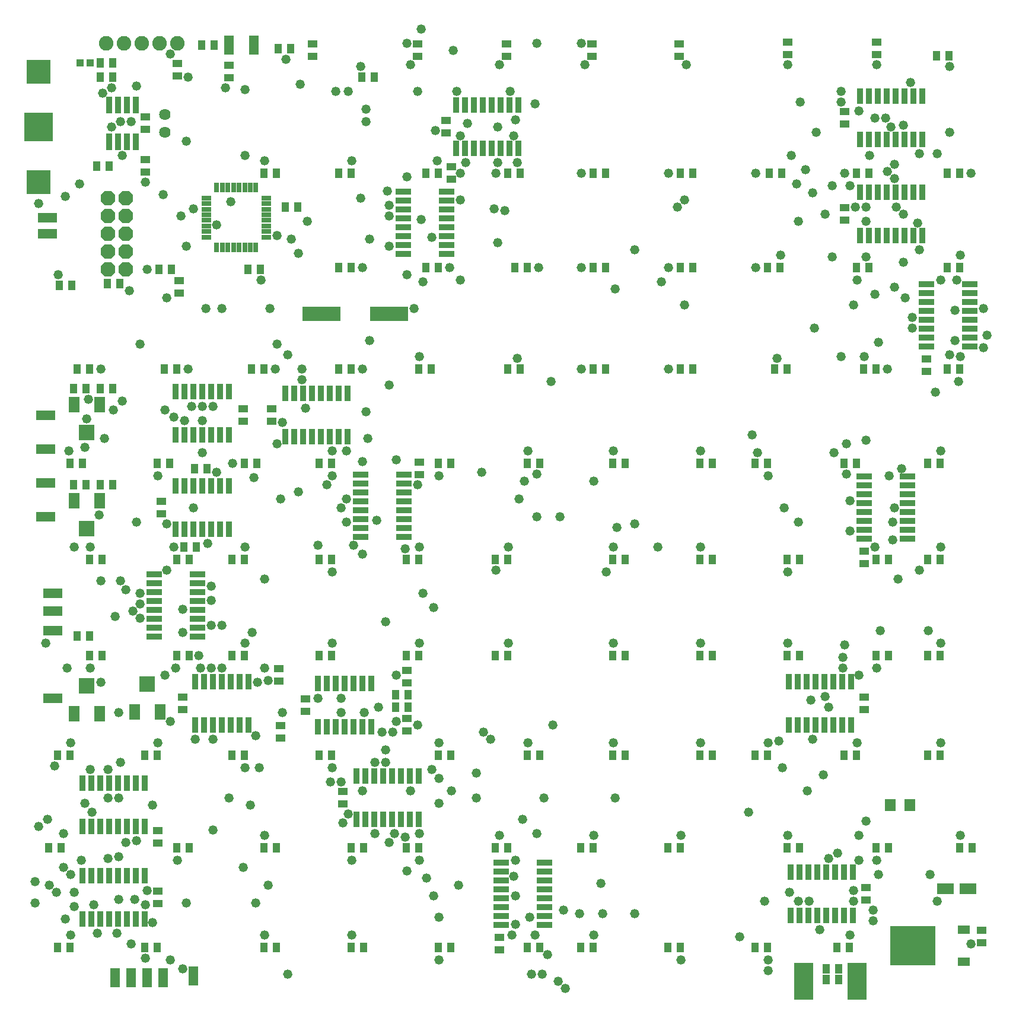
<source format=gts>
G75*
G70*
%OFA0B0*%
%FSLAX24Y24*%
%IPPOS*%
%LPD*%
%AMOC8*
5,1,8,0,0,1.08239X$1,22.5*
%
%ADD10R,0.0395X0.0552*%
%ADD11R,0.0395X0.0395*%
%ADD12R,0.0261X0.0580*%
%ADD13R,0.0580X0.0261*%
%ADD14R,0.0552X0.0395*%
%ADD15OC8,0.0820*%
%ADD16C,0.0820*%
%ADD17R,0.0320X0.0950*%
%ADD18R,0.2180X0.0840*%
%ADD19C,0.0640*%
%ADD20R,0.1640X0.1640*%
%ADD21R,0.1330X0.1330*%
%ADD22R,0.0340X0.0880*%
%ADD23R,0.0592X0.0867*%
%ADD24R,0.0867X0.0867*%
%ADD25R,0.0880X0.0340*%
%ADD26R,0.0946X0.0631*%
%ADD27R,0.1080X0.2080*%
%ADD28R,0.0580X0.1080*%
%ADD29R,0.2521X0.2206*%
%ADD30R,0.0710X0.0474*%
%ADD31R,0.1080X0.0580*%
%ADD32R,0.0631X0.0710*%
%ADD33C,0.0520*%
D10*
X003329Y004502D03*
X004038Y004502D03*
X008229Y004502D03*
X008938Y004502D03*
X010029Y010102D03*
X010738Y010102D03*
X014929Y010102D03*
X015638Y010102D03*
X019829Y010102D03*
X020538Y010102D03*
X022929Y010102D03*
X023638Y010102D03*
X027929Y010102D03*
X028638Y010102D03*
X032729Y010102D03*
X033438Y010102D03*
X037629Y010102D03*
X038338Y010102D03*
X039429Y015302D03*
X040138Y015302D03*
X042529Y015302D03*
X043238Y015302D03*
X047529Y015302D03*
X048238Y015302D03*
X052229Y015302D03*
X052938Y015302D03*
X054029Y010102D03*
X054738Y010102D03*
X050038Y010102D03*
X049329Y010102D03*
X045038Y010102D03*
X044329Y010102D03*
X043238Y004502D03*
X042529Y004502D03*
X046529Y003302D03*
X046529Y002702D03*
X047238Y002702D03*
X047238Y003302D03*
X047129Y004502D03*
X047838Y004502D03*
X038338Y004502D03*
X037629Y004502D03*
X033438Y004502D03*
X032729Y004502D03*
X030438Y004502D03*
X029729Y004502D03*
X025438Y004502D03*
X024729Y004502D03*
X020538Y004502D03*
X019829Y004502D03*
X015638Y004502D03*
X014929Y004502D03*
X013838Y015302D03*
X013129Y015302D03*
X008938Y015302D03*
X008229Y015302D03*
X004038Y015302D03*
X003329Y015302D03*
X003538Y010102D03*
X002829Y010102D03*
X005129Y020902D03*
X005838Y020902D03*
X005138Y022002D03*
X004429Y022002D03*
X005129Y026302D03*
X005838Y026302D03*
X010029Y026302D03*
X010738Y026302D03*
X010429Y027002D03*
X011138Y027002D03*
X013129Y026302D03*
X013838Y026302D03*
X018029Y026302D03*
X018738Y026302D03*
X022929Y026302D03*
X023638Y026302D03*
X027929Y026302D03*
X028638Y026302D03*
X028638Y020902D03*
X027929Y020902D03*
X023638Y020902D03*
X022929Y020902D03*
X023038Y018702D03*
X023038Y018002D03*
X022329Y018002D03*
X022329Y018702D03*
X024729Y015302D03*
X025438Y015302D03*
X029729Y015302D03*
X030438Y015302D03*
X034529Y015302D03*
X035238Y015302D03*
X035238Y020902D03*
X034529Y020902D03*
X039429Y020902D03*
X040138Y020902D03*
X044329Y020902D03*
X045038Y020902D03*
X049329Y020902D03*
X050038Y020902D03*
X052229Y020902D03*
X052938Y020902D03*
X052938Y026302D03*
X052229Y026302D03*
X050038Y026302D03*
X049329Y026302D03*
X045038Y026302D03*
X044329Y026302D03*
X040138Y026302D03*
X039429Y026302D03*
X035238Y026302D03*
X034529Y026302D03*
X034529Y031702D03*
X035238Y031702D03*
X039429Y031702D03*
X040138Y031702D03*
X042529Y031702D03*
X043238Y031702D03*
X047529Y031702D03*
X048238Y031702D03*
X052229Y031702D03*
X052938Y031702D03*
X053329Y037002D03*
X054038Y037002D03*
X049338Y037002D03*
X048629Y037002D03*
X044338Y037002D03*
X043629Y037002D03*
X039038Y037002D03*
X038329Y037002D03*
X034138Y037002D03*
X033429Y037002D03*
X029338Y037002D03*
X028629Y037002D03*
X024338Y037002D03*
X023629Y037002D03*
X019838Y037002D03*
X019129Y037002D03*
X014938Y037002D03*
X014229Y037002D03*
X010038Y037002D03*
X009329Y037002D03*
X006438Y035902D03*
X005729Y035902D03*
X004938Y035902D03*
X004229Y035902D03*
X004429Y037002D03*
X005138Y037002D03*
X004138Y041702D03*
X003429Y041702D03*
X006129Y041802D03*
X006838Y041802D03*
X009029Y042602D03*
X009738Y042602D03*
X014029Y042602D03*
X014738Y042602D03*
X016129Y046102D03*
X016838Y046102D03*
X015638Y048002D03*
X014929Y048002D03*
X019129Y048002D03*
X019838Y048002D03*
X024029Y048002D03*
X024738Y048002D03*
X028629Y048002D03*
X029338Y048002D03*
X033429Y048002D03*
X034138Y048002D03*
X038329Y048002D03*
X039038Y048002D03*
X043329Y048002D03*
X044038Y048002D03*
X048229Y048002D03*
X048938Y048002D03*
X053329Y048002D03*
X054038Y048002D03*
X054038Y042702D03*
X053329Y042702D03*
X048938Y042702D03*
X048229Y042702D03*
X043938Y042702D03*
X043229Y042702D03*
X039038Y042702D03*
X038329Y042702D03*
X034138Y042702D03*
X033429Y042702D03*
X029738Y042702D03*
X029029Y042702D03*
X024738Y042702D03*
X024029Y042702D03*
X019838Y042702D03*
X019129Y042702D03*
X020429Y053402D03*
X021138Y053402D03*
X016438Y055002D03*
X015729Y055002D03*
X012138Y055202D03*
X011429Y055202D03*
X006438Y054202D03*
X005729Y054202D03*
X005729Y053402D03*
X006438Y053402D03*
X006238Y048402D03*
X005529Y048402D03*
X004738Y031702D03*
X004029Y031702D03*
X004229Y030502D03*
X004938Y030502D03*
X005729Y030502D03*
X006438Y030502D03*
X008929Y031702D03*
X009638Y031702D03*
X011029Y031402D03*
X011738Y031402D03*
X013829Y031702D03*
X014538Y031702D03*
X018029Y031702D03*
X018738Y031702D03*
X024729Y031702D03*
X025438Y031702D03*
X029729Y031702D03*
X030438Y031702D03*
X018738Y020902D03*
X018029Y020902D03*
X013838Y020902D03*
X013129Y020902D03*
X010738Y020902D03*
X010029Y020902D03*
X018029Y015302D03*
X018738Y015302D03*
X052729Y054602D03*
X053438Y054602D03*
D11*
X005179Y054202D03*
X004589Y054202D03*
D12*
X012281Y047192D03*
X012596Y047192D03*
X012911Y047192D03*
X013226Y047192D03*
X013541Y047192D03*
X013856Y047192D03*
X014171Y047192D03*
X014486Y047192D03*
X014486Y043812D03*
X014171Y043812D03*
X013856Y043812D03*
X013541Y043812D03*
X013226Y043812D03*
X012911Y043812D03*
X012596Y043812D03*
X012281Y043812D03*
D13*
X011694Y044399D03*
X011694Y044714D03*
X011694Y045029D03*
X011694Y045344D03*
X011694Y045659D03*
X011694Y045974D03*
X011694Y046289D03*
X011694Y046604D03*
X015074Y046604D03*
X015074Y046289D03*
X015074Y045974D03*
X015074Y045659D03*
X015074Y045344D03*
X015074Y045029D03*
X015074Y044714D03*
X015074Y044399D03*
D14*
X010184Y041956D03*
X010184Y041247D03*
X013784Y034756D03*
X013784Y034047D03*
X015384Y034047D03*
X015384Y034756D03*
X009184Y029556D03*
X009184Y028847D03*
X015784Y020156D03*
X015784Y019447D03*
X017284Y018456D03*
X017284Y017747D03*
X015884Y016956D03*
X015884Y016247D03*
X019384Y013256D03*
X019384Y012547D03*
X022984Y016647D03*
X022984Y017356D03*
X022984Y019347D03*
X022984Y020056D03*
X023684Y031047D03*
X023684Y031756D03*
X010384Y018556D03*
X010384Y017847D03*
X008984Y011056D03*
X008984Y010347D03*
X008984Y007656D03*
X008984Y006947D03*
X028184Y005056D03*
X028184Y004347D03*
X048784Y007147D03*
X048784Y007856D03*
X055284Y005456D03*
X055284Y004747D03*
X048684Y017847D03*
X048684Y018556D03*
X048684Y026047D03*
X048684Y026756D03*
X052184Y036847D03*
X052184Y037556D03*
X047584Y045347D03*
X047584Y046056D03*
X047584Y050747D03*
X047584Y051456D03*
X049384Y054647D03*
X049384Y055356D03*
X044384Y055356D03*
X044384Y054647D03*
X038284Y054547D03*
X038284Y055256D03*
X033384Y055256D03*
X033384Y054547D03*
X028584Y054547D03*
X028584Y055256D03*
X025184Y050956D03*
X025184Y050247D03*
X025484Y048356D03*
X025484Y047647D03*
X023584Y054547D03*
X023584Y055256D03*
X017684Y055256D03*
X017684Y054547D03*
X012984Y054056D03*
X012984Y053347D03*
X010084Y053447D03*
X010084Y054156D03*
X008284Y051156D03*
X008284Y050447D03*
X008284Y048756D03*
X008284Y048047D03*
D15*
X007184Y046602D03*
X006184Y046602D03*
X006184Y045602D03*
X007184Y045602D03*
X007184Y044602D03*
X006184Y044602D03*
X006184Y043602D03*
X006184Y042602D03*
X007184Y042602D03*
X007184Y043602D03*
D16*
X007084Y055302D03*
X008084Y055302D03*
X009084Y055302D03*
X010084Y055302D03*
X006084Y055302D03*
D17*
X006234Y051832D03*
X006734Y051832D03*
X007234Y051832D03*
X007734Y051832D03*
X007734Y049772D03*
X007234Y049772D03*
X006734Y049772D03*
X006234Y049772D03*
D18*
X018184Y040102D03*
X021984Y040102D03*
D19*
X009384Y050302D03*
X009384Y051302D03*
D20*
X002284Y050602D03*
D21*
X002284Y047502D03*
X002284Y053702D03*
D22*
X009984Y035712D03*
X010484Y035712D03*
X010984Y035712D03*
X011484Y035712D03*
X011984Y035712D03*
X012484Y035712D03*
X012984Y035712D03*
X012984Y033292D03*
X012484Y033292D03*
X011984Y033292D03*
X011484Y033292D03*
X010984Y033292D03*
X010484Y033292D03*
X009984Y033292D03*
X009984Y030412D03*
X010484Y030412D03*
X010984Y030412D03*
X011484Y030412D03*
X011984Y030412D03*
X012484Y030412D03*
X012984Y030412D03*
X012984Y027992D03*
X012484Y027992D03*
X011984Y027992D03*
X011484Y027992D03*
X010984Y027992D03*
X010484Y027992D03*
X009984Y027992D03*
X016134Y033192D03*
X016634Y033192D03*
X017134Y033192D03*
X017634Y033192D03*
X018134Y033192D03*
X018634Y033192D03*
X019134Y033192D03*
X019634Y033192D03*
X019634Y035612D03*
X019134Y035612D03*
X018634Y035612D03*
X018134Y035612D03*
X017634Y035612D03*
X017134Y035612D03*
X016634Y035612D03*
X016134Y035612D03*
X025734Y049392D03*
X026234Y049392D03*
X026734Y049392D03*
X027234Y049392D03*
X027734Y049392D03*
X028234Y049392D03*
X028734Y049392D03*
X029234Y049392D03*
X029234Y051812D03*
X028734Y051812D03*
X028234Y051812D03*
X027734Y051812D03*
X027234Y051812D03*
X026734Y051812D03*
X026234Y051812D03*
X025734Y051812D03*
X048434Y052312D03*
X048934Y052312D03*
X049434Y052312D03*
X049934Y052312D03*
X050434Y052312D03*
X050934Y052312D03*
X051434Y052312D03*
X051934Y052312D03*
X051934Y049892D03*
X051434Y049892D03*
X050934Y049892D03*
X050434Y049892D03*
X049934Y049892D03*
X049434Y049892D03*
X048934Y049892D03*
X048434Y049892D03*
X048434Y046912D03*
X048934Y046912D03*
X049434Y046912D03*
X049934Y046912D03*
X050434Y046912D03*
X050934Y046912D03*
X051434Y046912D03*
X051934Y046912D03*
X051934Y044492D03*
X051434Y044492D03*
X050934Y044492D03*
X050434Y044492D03*
X049934Y044492D03*
X049434Y044492D03*
X048934Y044492D03*
X048434Y044492D03*
X047934Y019412D03*
X047434Y019412D03*
X046934Y019412D03*
X046434Y019412D03*
X045934Y019412D03*
X045434Y019412D03*
X044934Y019412D03*
X044434Y019412D03*
X044434Y016992D03*
X044934Y016992D03*
X045434Y016992D03*
X045934Y016992D03*
X046434Y016992D03*
X046934Y016992D03*
X047434Y016992D03*
X047934Y016992D03*
X048034Y008712D03*
X047534Y008712D03*
X047034Y008712D03*
X046534Y008712D03*
X046034Y008712D03*
X045534Y008712D03*
X045034Y008712D03*
X044534Y008712D03*
X044534Y006292D03*
X045034Y006292D03*
X045534Y006292D03*
X046034Y006292D03*
X046534Y006292D03*
X047034Y006292D03*
X047534Y006292D03*
X048034Y006292D03*
X023634Y011692D03*
X023134Y011692D03*
X022634Y011692D03*
X022134Y011692D03*
X021634Y011692D03*
X021134Y011692D03*
X020634Y011692D03*
X020134Y011692D03*
X020134Y014112D03*
X020634Y014112D03*
X021134Y014112D03*
X021634Y014112D03*
X022134Y014112D03*
X022634Y014112D03*
X023134Y014112D03*
X023634Y014112D03*
X020984Y016892D03*
X020484Y016892D03*
X019984Y016892D03*
X019484Y016892D03*
X018984Y016892D03*
X018484Y016892D03*
X017984Y016892D03*
X017984Y019312D03*
X018484Y019312D03*
X018984Y019312D03*
X019484Y019312D03*
X019984Y019312D03*
X020484Y019312D03*
X020984Y019312D03*
X014084Y019412D03*
X013584Y019412D03*
X013084Y019412D03*
X012584Y019412D03*
X012084Y019412D03*
X011584Y019412D03*
X011084Y019412D03*
X011084Y016992D03*
X011584Y016992D03*
X012084Y016992D03*
X012584Y016992D03*
X013084Y016992D03*
X013584Y016992D03*
X014084Y016992D03*
X008234Y013712D03*
X007734Y013712D03*
X007234Y013712D03*
X006734Y013712D03*
X006234Y013712D03*
X005734Y013712D03*
X005234Y013712D03*
X004734Y013712D03*
X004734Y011292D03*
X005234Y011292D03*
X005734Y011292D03*
X006234Y011292D03*
X006734Y011292D03*
X007234Y011292D03*
X007734Y011292D03*
X008234Y011292D03*
X008234Y008512D03*
X007734Y008512D03*
X007234Y008512D03*
X006734Y008512D03*
X006234Y008512D03*
X005734Y008512D03*
X005234Y008512D03*
X004734Y008512D03*
X004734Y006092D03*
X005234Y006092D03*
X005734Y006092D03*
X006234Y006092D03*
X006734Y006092D03*
X007234Y006092D03*
X007734Y006092D03*
X008234Y006092D03*
D23*
X007675Y017714D03*
X009092Y017714D03*
X005692Y017614D03*
X004275Y017614D03*
X004275Y029589D03*
X005692Y029589D03*
X005692Y034989D03*
X004275Y034989D03*
D24*
X004984Y033414D03*
X004984Y028014D03*
X004984Y019189D03*
X008384Y019289D03*
D25*
X008774Y021952D03*
X008774Y022452D03*
X008774Y022952D03*
X008774Y023452D03*
X008774Y023952D03*
X008774Y024452D03*
X008774Y024952D03*
X008774Y025452D03*
X011194Y025452D03*
X011194Y024952D03*
X011194Y024452D03*
X011194Y023952D03*
X011194Y023452D03*
X011194Y022952D03*
X011194Y022452D03*
X011194Y021952D03*
X020374Y027552D03*
X020374Y028052D03*
X020374Y028552D03*
X020374Y029052D03*
X020374Y029552D03*
X020374Y030052D03*
X020374Y030552D03*
X020374Y031052D03*
X022794Y031052D03*
X022794Y030552D03*
X022794Y030052D03*
X022794Y029552D03*
X022794Y029052D03*
X022794Y028552D03*
X022794Y028052D03*
X022794Y027552D03*
X022774Y043452D03*
X022774Y043952D03*
X022774Y044452D03*
X022774Y044952D03*
X022774Y045452D03*
X022774Y045952D03*
X022774Y046452D03*
X022774Y046952D03*
X025194Y046952D03*
X025194Y046452D03*
X025194Y045952D03*
X025194Y045452D03*
X025194Y044952D03*
X025194Y044452D03*
X025194Y043952D03*
X025194Y043452D03*
X048674Y030952D03*
X048674Y030452D03*
X048674Y029952D03*
X048674Y029452D03*
X048674Y028952D03*
X048674Y028452D03*
X048674Y027952D03*
X048674Y027452D03*
X051094Y027452D03*
X051094Y027952D03*
X051094Y028452D03*
X051094Y028952D03*
X051094Y029452D03*
X051094Y029952D03*
X051094Y030452D03*
X051094Y030952D03*
X052174Y038252D03*
X052174Y038752D03*
X052174Y039252D03*
X052174Y039752D03*
X052174Y040252D03*
X052174Y040752D03*
X052174Y041252D03*
X052174Y041752D03*
X054594Y041752D03*
X054594Y041252D03*
X054594Y040752D03*
X054594Y040252D03*
X054594Y039752D03*
X054594Y039252D03*
X054594Y038752D03*
X054594Y038252D03*
X030694Y009252D03*
X030694Y008752D03*
X030694Y008252D03*
X030694Y007752D03*
X030694Y007252D03*
X030694Y006752D03*
X030694Y006252D03*
X030694Y005752D03*
X028274Y005752D03*
X028274Y006252D03*
X028274Y006752D03*
X028274Y007252D03*
X028274Y007752D03*
X028274Y008252D03*
X028274Y008752D03*
X028274Y009252D03*
D26*
X053254Y007802D03*
X054514Y007802D03*
D27*
X048284Y002602D03*
X045284Y002602D03*
D28*
X010984Y002902D03*
X009284Y002802D03*
X008384Y002802D03*
X007484Y002802D03*
X006584Y002802D03*
X012984Y055202D03*
X014384Y055202D03*
D29*
X051400Y004602D03*
D30*
X054274Y005499D03*
X054274Y003704D03*
D31*
X003084Y018502D03*
X003084Y022302D03*
X003084Y023402D03*
X003084Y024402D03*
X002684Y028702D03*
X002684Y030602D03*
X002684Y032502D03*
X002684Y034402D03*
X002784Y044602D03*
X002784Y045502D03*
D32*
X050133Y012502D03*
X051235Y012502D03*
D33*
X048784Y011602D03*
X048384Y010802D03*
X048384Y009402D03*
X049384Y009402D03*
X049484Y008602D03*
X048084Y007702D03*
X048084Y007102D03*
X049184Y006602D03*
X049184Y006002D03*
X047884Y005202D03*
X046184Y005502D03*
X045584Y007102D03*
X044984Y007102D03*
X044484Y007602D03*
X043084Y007102D03*
X041684Y005102D03*
X043284Y003802D03*
X043284Y003202D03*
X038384Y003802D03*
X035784Y006402D03*
X033984Y006402D03*
X032684Y006402D03*
X031784Y006602D03*
X030184Y005202D03*
X029884Y006202D03*
X029084Y005802D03*
X028884Y005202D03*
X029084Y007402D03*
X028984Y008502D03*
X029084Y009402D03*
X028184Y010802D03*
X029484Y011702D03*
X030284Y010902D03*
X030684Y012902D03*
X033484Y010802D03*
X034684Y012902D03*
X034584Y016002D03*
X031184Y017002D03*
X029784Y016002D03*
X027684Y016202D03*
X027284Y016602D03*
X026884Y014302D03*
X026884Y012902D03*
X025484Y013302D03*
X024784Y014002D03*
X024384Y014502D03*
X024784Y016002D03*
X023584Y017002D03*
X022384Y017202D03*
X022184Y016602D03*
X021584Y016602D03*
X021784Y015602D03*
X021784Y014902D03*
X021184Y014902D03*
X020484Y013302D03*
X019284Y013802D03*
X018684Y013802D03*
X018784Y014602D03*
X019684Y012002D03*
X019384Y011502D03*
X021184Y010902D03*
X021984Y010402D03*
X022284Y010902D03*
X022884Y010702D03*
X023684Y010902D03*
X023684Y009402D03*
X022984Y008802D03*
X024084Y008402D03*
X024484Y007402D03*
X024784Y006202D03*
X025884Y008002D03*
X024784Y003802D03*
X019884Y005202D03*
X016284Y003002D03*
X014984Y005202D03*
X014484Y007002D03*
X015184Y008002D03*
X013784Y009002D03*
X014984Y010802D03*
X014184Y012502D03*
X012984Y012902D03*
X013884Y014602D03*
X014684Y014602D03*
X014484Y016402D03*
X015984Y017702D03*
X015184Y019502D03*
X014584Y019402D03*
X014984Y020202D03*
X013884Y021602D03*
X014284Y022202D03*
X012584Y022602D03*
X011984Y022602D03*
X011984Y024002D03*
X011984Y024802D03*
X010384Y023502D03*
X010384Y022202D03*
X011284Y020902D03*
X011384Y020202D03*
X011984Y020202D03*
X012584Y020202D03*
X009984Y020202D03*
X009384Y019802D03*
X009684Y017202D03*
X008984Y016002D03*
X011084Y016202D03*
X012084Y016202D03*
X008684Y012502D03*
X007784Y010502D03*
X007184Y010402D03*
X006784Y009602D03*
X006184Y009502D03*
X004684Y009402D03*
X004084Y008602D03*
X003684Y009002D03*
X002884Y008002D03*
X003284Y007602D03*
X004284Y007602D03*
X004284Y006802D03*
X003784Y006102D03*
X004084Y005202D03*
X005584Y005302D03*
X006684Y005302D03*
X007484Y004702D03*
X008284Y003902D03*
X009684Y003802D03*
X010384Y003302D03*
X008684Y005902D03*
X008284Y006902D03*
X007684Y007202D03*
X008384Y007702D03*
X006784Y007202D03*
X005384Y006902D03*
X002084Y007002D03*
X002084Y008202D03*
X003684Y010902D03*
X002784Y011702D03*
X002284Y011302D03*
X004884Y012602D03*
X005284Y012102D03*
X006184Y012902D03*
X006784Y012902D03*
X006184Y014502D03*
X006884Y014902D03*
X005184Y014502D03*
X004084Y016002D03*
X003184Y014702D03*
X006784Y017702D03*
X005784Y019402D03*
X005184Y020202D03*
X003884Y020202D03*
X002684Y021602D03*
X005784Y025102D03*
X006884Y025102D03*
X007184Y024602D03*
X007984Y024402D03*
X007984Y023802D03*
X007584Y023402D03*
X007984Y023002D03*
X006584Y023102D03*
X009484Y025702D03*
X009884Y027002D03*
X009484Y028302D03*
X007784Y028402D03*
X005684Y028802D03*
X005184Y027002D03*
X004284Y027002D03*
X008984Y031002D03*
X010984Y029202D03*
X011784Y027202D03*
X013884Y027002D03*
X014984Y025202D03*
X017984Y027102D03*
X019584Y028402D03*
X019284Y029202D03*
X019584Y029702D03*
X018484Y030502D03*
X018784Y031002D03*
X018784Y032402D03*
X019584Y032402D03*
X020484Y031802D03*
X020784Y033102D03*
X020684Y034602D03*
X021984Y036102D03*
X020484Y037002D03*
X020884Y038602D03*
X023684Y037702D03*
X023384Y040402D03*
X023884Y041902D03*
X022984Y042302D03*
X021984Y043902D03*
X020884Y044302D03*
X021984Y045602D03*
X021984Y046202D03*
X021884Y047002D03*
X022984Y047802D03*
X024684Y048702D03*
X025984Y048002D03*
X026284Y048602D03*
X025984Y050102D03*
X026384Y050802D03*
X028084Y050602D03*
X028984Y050102D03*
X029084Y051002D03*
X030184Y051902D03*
X028784Y052602D03*
X028184Y054102D03*
X030284Y055302D03*
X032784Y055302D03*
X032984Y054102D03*
X038684Y054102D03*
X044384Y054102D03*
X045084Y052002D03*
X045984Y050302D03*
X044584Y049002D03*
X045384Y048202D03*
X044884Y047402D03*
X045784Y046902D03*
X046884Y047302D03*
X047584Y048002D03*
X047884Y047302D03*
X048184Y046102D03*
X048784Y046102D03*
X048784Y045302D03*
X050484Y046102D03*
X050884Y045702D03*
X051684Y045202D03*
X051784Y043702D03*
X050884Y043002D03*
X050384Y041602D03*
X050984Y041002D03*
X051384Y039902D03*
X051384Y039302D03*
X049484Y038502D03*
X048684Y037702D03*
X049984Y037002D03*
X047384Y037702D03*
X045884Y039302D03*
X048084Y040602D03*
X049284Y041202D03*
X048284Y042002D03*
X048784Y043302D03*
X046884Y043302D03*
X046484Y045702D03*
X044984Y045302D03*
X043984Y043402D03*
X042584Y042702D03*
X038584Y040602D03*
X037284Y041902D03*
X037684Y042702D03*
X035784Y043702D03*
X034684Y041502D03*
X032784Y042702D03*
X030384Y042702D03*
X028084Y044102D03*
X028484Y045902D03*
X027884Y046002D03*
X025984Y046502D03*
X023784Y045402D03*
X024384Y044402D03*
X025384Y042702D03*
X025984Y042002D03*
X029184Y037602D03*
X031084Y036302D03*
X032784Y037002D03*
X034584Y032402D03*
X033484Y030702D03*
X031584Y028702D03*
X030284Y028702D03*
X029284Y029702D03*
X029584Y030702D03*
X030284Y031102D03*
X029784Y032402D03*
X027184Y031202D03*
X024784Y031002D03*
X023584Y030502D03*
X022384Y031902D03*
X021284Y028502D03*
X019984Y027102D03*
X020484Y026602D03*
X018784Y025602D03*
X021784Y022802D03*
X023684Y021602D03*
X022384Y019802D03*
X021384Y018002D03*
X020584Y017702D03*
X019284Y017702D03*
X019284Y018502D03*
X017984Y018502D03*
X018784Y021602D03*
X023884Y024402D03*
X024484Y023602D03*
X023684Y027002D03*
X022884Y026902D03*
X027984Y025702D03*
X028684Y027002D03*
X028684Y021602D03*
X034584Y021602D03*
X034184Y025602D03*
X034584Y027002D03*
X034784Y028102D03*
X035784Y028302D03*
X037084Y027002D03*
X039484Y027002D03*
X043284Y031002D03*
X042684Y032302D03*
X042384Y033302D03*
X039484Y032402D03*
X037684Y037002D03*
X043784Y037602D03*
X047684Y032802D03*
X046984Y032302D03*
X047684Y031102D03*
X047884Y029602D03*
X047884Y027902D03*
X049284Y027002D03*
X050284Y027402D03*
X050284Y028402D03*
X050384Y029202D03*
X050084Y031002D03*
X050784Y031402D03*
X048784Y033002D03*
X052984Y032402D03*
X052684Y035702D03*
X053984Y036302D03*
X054084Y037702D03*
X053484Y037802D03*
X053784Y038602D03*
X055384Y038202D03*
X055584Y038902D03*
X055384Y040402D03*
X053784Y040302D03*
X053884Y042002D03*
X052984Y042002D03*
X054084Y043402D03*
X050384Y047702D03*
X049984Y048102D03*
X050384Y048502D03*
X051784Y049102D03*
X052784Y049102D03*
X053484Y050302D03*
X054684Y048002D03*
X050884Y050702D03*
X050184Y050602D03*
X049884Y051102D03*
X049284Y051102D03*
X048384Y051502D03*
X047384Y052002D03*
X047384Y052602D03*
X049384Y054102D03*
X051284Y053102D03*
X053484Y054002D03*
X048984Y049002D03*
X042584Y048002D03*
X038584Y046502D03*
X038184Y046102D03*
X037684Y048002D03*
X032784Y048002D03*
X029184Y048602D03*
X028084Y048602D03*
X027984Y048002D03*
X024584Y050402D03*
X023584Y052602D03*
X023184Y054102D03*
X022984Y055302D03*
X023784Y056102D03*
X025584Y054902D03*
X025784Y052602D03*
X020684Y051602D03*
X020684Y050902D03*
X019684Y052602D03*
X018984Y052602D03*
X020384Y054002D03*
X016984Y053002D03*
X016184Y054402D03*
X013884Y052702D03*
X012784Y052802D03*
X010684Y053402D03*
X009684Y054702D03*
X007784Y052902D03*
X006384Y052802D03*
X005884Y052502D03*
X006884Y050902D03*
X006384Y050602D03*
X007484Y050902D03*
X006984Y049002D03*
X008284Y047502D03*
X009284Y046802D03*
X010284Y045602D03*
X010984Y046002D03*
X012284Y045102D03*
X013084Y046402D03*
X014984Y048702D03*
X013884Y049002D03*
X010584Y049802D03*
X015684Y044502D03*
X016484Y044302D03*
X016884Y043502D03*
X017384Y045302D03*
X020384Y046602D03*
X019884Y048702D03*
X020484Y042702D03*
X015684Y038402D03*
X016284Y037802D03*
X017084Y037002D03*
X017084Y036402D03*
X017284Y034802D03*
X015984Y034002D03*
X015684Y032802D03*
X014384Y030902D03*
X013184Y031702D03*
X012284Y031202D03*
X011484Y032302D03*
X011484Y034102D03*
X011484Y034902D03*
X012084Y034902D03*
X010884Y034902D03*
X010484Y034102D03*
X009884Y034302D03*
X009384Y034702D03*
X006984Y035202D03*
X006484Y034702D03*
X005084Y035302D03*
X004984Y034202D03*
X005984Y033102D03*
X004884Y032602D03*
X003984Y032402D03*
X005784Y037002D03*
X007984Y038402D03*
X009484Y041002D03*
X008384Y042602D03*
X007384Y041402D03*
X010584Y043902D03*
X011684Y040402D03*
X012584Y040402D03*
X014784Y042002D03*
X015284Y040402D03*
X015584Y037002D03*
X010684Y037002D03*
X016884Y030102D03*
X015884Y029702D03*
X003384Y042302D03*
X002284Y046302D03*
X003784Y046702D03*
X004584Y047402D03*
X023184Y013302D03*
X024784Y012602D03*
X019884Y009402D03*
X012084Y011102D03*
X010084Y009402D03*
X010584Y007002D03*
X029984Y003002D03*
X030584Y003002D03*
X031484Y002602D03*
X031884Y002202D03*
X030884Y004102D03*
X033484Y005202D03*
X033884Y008102D03*
X038384Y010802D03*
X042184Y012102D03*
X044384Y010802D03*
X046684Y009502D03*
X047184Y009802D03*
X045484Y013302D03*
X046384Y014202D03*
X048284Y016002D03*
X045784Y016202D03*
X046684Y018002D03*
X046484Y018602D03*
X045684Y018402D03*
X047484Y020202D03*
X047484Y020802D03*
X047584Y021502D03*
X048384Y019802D03*
X049384Y020202D03*
X049584Y022302D03*
X052284Y022302D03*
X052984Y021602D03*
X050584Y025202D03*
X051784Y025702D03*
X052984Y027002D03*
X044984Y028402D03*
X044184Y029202D03*
X044384Y025602D03*
X044384Y021602D03*
X039484Y021602D03*
X039484Y016002D03*
X043284Y016002D03*
X043884Y016102D03*
X044084Y014602D03*
X052384Y008602D03*
X052784Y007102D03*
X054684Y004702D03*
X054084Y010802D03*
X052984Y016002D03*
M02*

</source>
